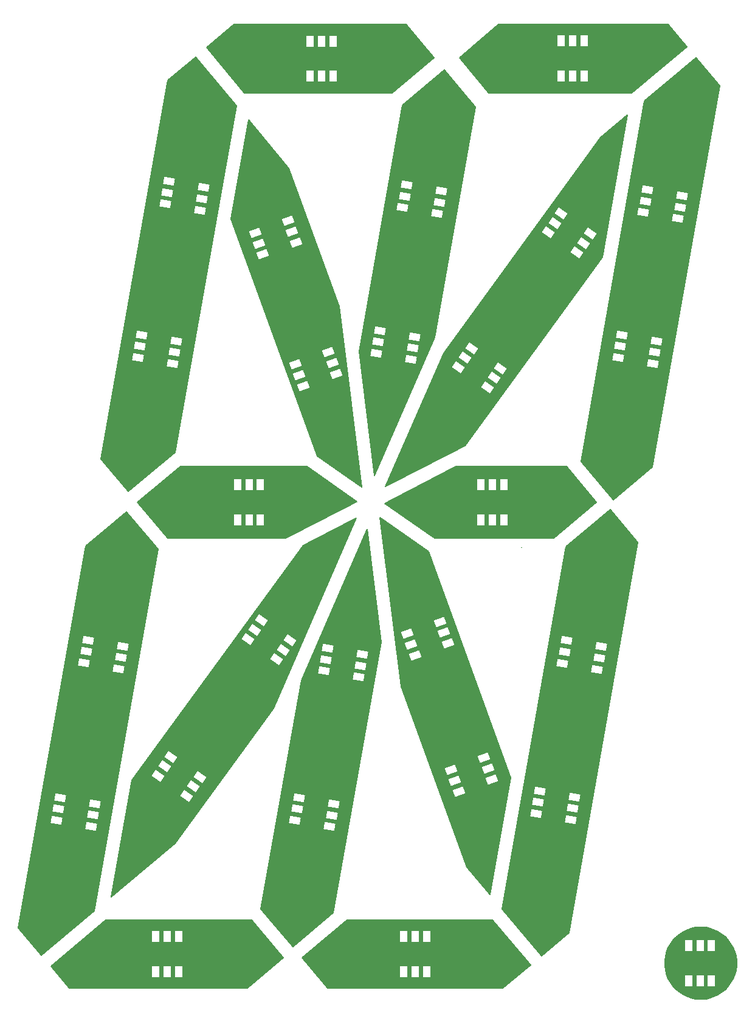
<source format=gto>
G04 #@! TF.GenerationSoftware,KiCad,Pcbnew,7.0.2*
G04 #@! TF.CreationDate,2023-12-01T11:33:06-06:00*
G04 #@! TF.ProjectId,SixteenSegClock-Main,53697874-6565-46e5-9365-67436c6f636b,rev?*
G04 #@! TF.SameCoordinates,PX1312d00PYb0866e0*
G04 #@! TF.FileFunction,Legend,Top*
G04 #@! TF.FilePolarity,Positive*
%FSLAX46Y46*%
G04 Gerber Fmt 4.6, Leading zero omitted, Abs format (unit mm)*
G04 Created by KiCad (PCBNEW 7.0.2) date 2023-12-01 11:33:06*
%MOMM*%
%LPD*%
G01*
G04 APERTURE LIST*
G04 Aperture macros list*
%AMRotRect*
0 Rectangle, with rotation*
0 The origin of the aperture is its center*
0 $1 length*
0 $2 width*
0 $3 Rotation angle, in degrees counterclockwise*
0 Add horizontal line*
21,1,$1,$2,0,0,$3*%
G04 Aperture macros list end*
%ADD10C,0.150000*%
%ADD11C,0.120000*%
%ADD12RotRect,1.500000X1.000000X350.000000*%
%ADD13RotRect,1.500000X1.000000X20.000000*%
%ADD14R,1.000000X1.500000*%
%ADD15C,7.500000*%
%ADD16RotRect,1.500000X1.000000X325.000000*%
%ADD17C,1.700000*%
%ADD18O,1.700000X1.700000*%
%ADD19R,1.700000X1.700000*%
G04 APERTURE END LIST*
D10*
X65357000Y146578000D02*
X59513000Y141675000D01*
X38945000Y141675000D01*
X33670000Y147961000D01*
X37500000Y151175000D01*
X61500000Y151175000D01*
X65357000Y146578000D01*
G36*
X65357000Y146578000D02*
G01*
X59513000Y141675000D01*
X38945000Y141675000D01*
X33670000Y147961000D01*
X37500000Y151175000D01*
X61500000Y151175000D01*
X65357000Y146578000D01*
G37*
X64562000Y77832000D02*
X76040000Y46297000D01*
X73170000Y30020000D01*
X69907000Y33908000D01*
X60767000Y59020000D01*
X57836000Y82542000D01*
X64562000Y77832000D01*
G36*
X64562000Y77832000D02*
G01*
X76040000Y46297000D01*
X73170000Y30020000D01*
X69907000Y33908000D01*
X60767000Y59020000D01*
X57836000Y82542000D01*
X64562000Y77832000D01*
G37*
X54637000Y84782000D02*
X44712000Y79652000D01*
X28261000Y79652000D01*
X24084000Y84629000D01*
X30070000Y89652000D01*
X47681000Y89652000D01*
X54637000Y84782000D01*
G36*
X54637000Y84782000D02*
G01*
X44712000Y79652000D01*
X28261000Y79652000D01*
X24084000Y84629000D01*
X30070000Y89652000D01*
X47681000Y89652000D01*
X54637000Y84782000D01*
G37*
X105121000Y142696000D02*
X95749000Y89544000D01*
X90341000Y85007000D01*
X85842000Y90369000D01*
X94694000Y140570000D01*
X101859000Y146583000D01*
X105121000Y142696000D01*
G36*
X105121000Y142696000D02*
G01*
X95749000Y89544000D01*
X90341000Y85007000D01*
X85842000Y90369000D01*
X94694000Y140570000D01*
X101859000Y146583000D01*
X105121000Y142696000D01*
G37*
X57978000Y65229000D02*
X51324000Y27495000D01*
X45688000Y22765000D01*
X41265000Y28036000D01*
X46880000Y59878000D01*
X56025000Y80902000D01*
X57978000Y65229000D01*
G36*
X57978000Y65229000D02*
G01*
X51324000Y27495000D01*
X45688000Y22765000D01*
X41265000Y28036000D01*
X46880000Y59878000D01*
X56025000Y80902000D01*
X57978000Y65229000D01*
G37*
X77517001Y78433000D02*
X77517001Y78432999D01*
X77517000Y78432999D01*
X77516999Y78432999D01*
X77516999Y78433000D01*
X77516999Y78433001D01*
X77517000Y78433001D01*
X77517001Y78433001D01*
X77517001Y78433000D01*
X100568000Y148111000D02*
X92898000Y141675000D01*
X72996000Y141675000D01*
X68881000Y146578000D01*
X74359000Y151175000D01*
X97997000Y151175000D01*
X100568000Y148111000D01*
G36*
X100568000Y148111000D02*
G01*
X92898000Y141675000D01*
X72996000Y141675000D01*
X68881000Y146578000D01*
X74359000Y151175000D01*
X97997000Y151175000D01*
X100568000Y148111000D01*
G37*
X93746000Y79046000D02*
X84163000Y24697000D01*
X80333000Y21483000D01*
X74848000Y28020000D01*
X83747000Y78488000D01*
X89890000Y83642000D01*
X93746000Y79046000D01*
G36*
X93746000Y79046000D02*
G01*
X84163000Y24697000D01*
X80333000Y21483000D01*
X74848000Y28020000D01*
X83747000Y78488000D01*
X89890000Y83642000D01*
X93746000Y79046000D01*
G37*
X26940000Y78115000D02*
X18059000Y27749000D01*
X10706000Y21580000D01*
X7492000Y25410000D01*
X16866000Y78573000D01*
X22552000Y83344000D01*
X26940000Y78115000D01*
G36*
X26940000Y78115000D02*
G01*
X18059000Y27749000D01*
X10706000Y21580000D01*
X7492000Y25410000D01*
X16866000Y78573000D01*
X22552000Y83344000D01*
X26940000Y78115000D01*
G37*
X43008000Y55991000D02*
X29271000Y37157000D01*
X20442000Y29749000D01*
X23297000Y45936000D01*
X47178000Y78675000D01*
X54527000Y82473000D01*
X43008000Y55991000D01*
G36*
X43008000Y55991000D02*
G01*
X29271000Y37157000D01*
X20442000Y29749000D01*
X23297000Y45936000D01*
X47178000Y78675000D01*
X54527000Y82473000D01*
X43008000Y55991000D01*
G37*
X37832000Y139889000D02*
X29324000Y91637000D01*
X22799000Y86162000D01*
X19002000Y90686000D01*
X28308000Y143461000D01*
X32138000Y146675000D01*
X37832000Y139889000D01*
G36*
X37832000Y139889000D02*
G01*
X29324000Y91637000D01*
X22799000Y86162000D01*
X19002000Y90686000D01*
X28308000Y143461000D01*
X32138000Y146675000D01*
X37832000Y139889000D01*
G37*
X44377000Y21216000D02*
X39332000Y16983000D01*
X14563000Y16983000D01*
X11992000Y20048000D01*
X19662000Y26483000D01*
X39957000Y26483000D01*
X44377000Y21216000D01*
G36*
X44377000Y21216000D02*
G01*
X39332000Y16983000D01*
X14563000Y16983000D01*
X11992000Y20048000D01*
X19662000Y26483000D01*
X39957000Y26483000D01*
X44377000Y21216000D01*
G37*
X71113000Y139719000D02*
X65444000Y107572000D01*
X57106000Y88402000D01*
X54954000Y105669000D01*
X61002000Y139967000D01*
X66813000Y144843000D01*
X71113000Y139719000D01*
G36*
X71113000Y139719000D02*
G01*
X65444000Y107572000D01*
X57106000Y88402000D01*
X54954000Y105669000D01*
X61002000Y139967000D01*
X66813000Y144843000D01*
X71113000Y139719000D01*
G37*
X45149000Y131170000D02*
X52162000Y111900000D01*
X55295000Y86763000D01*
X49088000Y91109000D01*
X37079000Y124102000D01*
X39510000Y137889000D01*
X45149000Y131170000D01*
G36*
X45149000Y131170000D02*
G01*
X52162000Y111900000D01*
X55295000Y86763000D01*
X49088000Y91109000D01*
X37079000Y124102000D01*
X39510000Y137889000D01*
X45149000Y131170000D01*
G37*
X88824000Y118801000D02*
X69679000Y92555000D01*
X58604000Y86831000D01*
X66693000Y105430000D01*
X88589000Y135448000D01*
X92310000Y138570000D01*
X88824000Y118801000D01*
G36*
X88824000Y118801000D02*
G01*
X69679000Y92555000D01*
X58604000Y86831000D01*
X66693000Y105430000D01*
X88589000Y135448000D01*
X92310000Y138570000D01*
X88824000Y118801000D01*
G37*
X88009000Y84675000D02*
X82023000Y79652000D01*
X65450000Y79652000D01*
X58493000Y84523000D01*
X68419000Y89652000D01*
X83832000Y89652000D01*
X88009000Y84675000D01*
G36*
X88009000Y84675000D02*
G01*
X82023000Y79652000D01*
X65450000Y79652000D01*
X58493000Y84523000D01*
X68419000Y89652000D01*
X83832000Y89652000D01*
X88009000Y84675000D01*
G37*
X103179166Y25445749D02*
X103620605Y25365640D01*
X104053085Y25246283D01*
X104473125Y25088639D01*
X104877343Y24893978D01*
X105262485Y24663866D01*
X105625449Y24400157D01*
X105963313Y24104974D01*
X106273357Y23780694D01*
X106553085Y23429926D01*
X106800244Y23055496D01*
X107012844Y22660419D01*
X107189174Y22247874D01*
X107327814Y21821184D01*
X107427648Y21383784D01*
X107487871Y20939197D01*
X107508000Y20491000D01*
X107487871Y20042803D01*
X107427648Y19598216D01*
X107327814Y19160816D01*
X107189174Y18734126D01*
X107012844Y18321581D01*
X106800244Y17926504D01*
X106553085Y17552074D01*
X106273357Y17201306D01*
X105963313Y16877026D01*
X105625449Y16581843D01*
X105262485Y16318134D01*
X104877343Y16088022D01*
X104473125Y15893361D01*
X104053085Y15735717D01*
X103620605Y15616360D01*
X103179166Y15536251D01*
X102732324Y15496035D01*
X102283676Y15496035D01*
X101836834Y15536251D01*
X101395395Y15616360D01*
X100962915Y15735717D01*
X100542875Y15893361D01*
X100138657Y16088022D01*
X99753515Y16318134D01*
X99390551Y16581843D01*
X99052687Y16877026D01*
X98742643Y17201306D01*
X98462915Y17552074D01*
X98215756Y17926504D01*
X98003156Y18321581D01*
X97826826Y18734126D01*
X97688186Y19160816D01*
X97588352Y19598216D01*
X97528129Y20042803D01*
X97508000Y20491000D01*
X97528129Y20939197D01*
X97588352Y21383784D01*
X97688186Y21821184D01*
X97826826Y22247874D01*
X98003156Y22660419D01*
X98215756Y23055496D01*
X98462915Y23429926D01*
X98742643Y23780694D01*
X99052687Y24104974D01*
X99390551Y24400157D01*
X99753515Y24663866D01*
X100138657Y24893978D01*
X100542875Y25088639D01*
X100962915Y25246283D01*
X101395395Y25365640D01*
X101836834Y25445749D01*
X102283676Y25485965D01*
X102732324Y25485965D01*
X103179166Y25445749D01*
G36*
X103179166Y25445749D02*
G01*
X103620605Y25365640D01*
X104053085Y25246283D01*
X104473125Y25088639D01*
X104877343Y24893978D01*
X105262485Y24663866D01*
X105625449Y24400157D01*
X105963313Y24104974D01*
X106273357Y23780694D01*
X106553085Y23429926D01*
X106800244Y23055496D01*
X107012844Y22660419D01*
X107189174Y22247874D01*
X107327814Y21821184D01*
X107427648Y21383784D01*
X107487871Y20939197D01*
X107508000Y20491000D01*
X107487871Y20042803D01*
X107427648Y19598216D01*
X107327814Y19160816D01*
X107189174Y18734126D01*
X107012844Y18321581D01*
X106800244Y17926504D01*
X106553085Y17552074D01*
X106273357Y17201306D01*
X105963313Y16877026D01*
X105625449Y16581843D01*
X105262485Y16318134D01*
X104877343Y16088022D01*
X104473125Y15893361D01*
X104053085Y15735717D01*
X103620605Y15616360D01*
X103179166Y15536251D01*
X102732324Y15496035D01*
X102283676Y15496035D01*
X101836834Y15536251D01*
X101395395Y15616360D01*
X100962915Y15735717D01*
X100542875Y15893361D01*
X100138657Y16088022D01*
X99753515Y16318134D01*
X99390551Y16581843D01*
X99052687Y16877026D01*
X98742643Y17201306D01*
X98462915Y17552074D01*
X98215756Y17926504D01*
X98003156Y18321581D01*
X97826826Y18734126D01*
X97688186Y19160816D01*
X97588352Y19598216D01*
X97528129Y20042803D01*
X97508000Y20491000D01*
X97528129Y20939197D01*
X97588352Y21383784D01*
X97688186Y21821184D01*
X97826826Y22247874D01*
X98003156Y22660419D01*
X98215756Y23055496D01*
X98462915Y23429926D01*
X98742643Y23780694D01*
X99052687Y24104974D01*
X99390551Y24400157D01*
X99753515Y24663866D01*
X100138657Y24893978D01*
X100542875Y25088639D01*
X100962915Y25246283D01*
X101395395Y25365640D01*
X101836834Y25445749D01*
X102283676Y25485965D01*
X102732324Y25485965D01*
X103179166Y25445749D01*
G37*
X78801000Y20197000D02*
X74971000Y16983000D01*
X50506000Y16983000D01*
X46954000Y21216000D01*
X53231000Y26483000D01*
X73526000Y26483000D01*
X78801000Y20197000D01*
G36*
X78801000Y20197000D02*
G01*
X74971000Y16983000D01*
X50506000Y16983000D01*
X46954000Y21216000D01*
X53231000Y26483000D01*
X73526000Y26483000D01*
X78801000Y20197000D01*
G37*
X29947459Y130552250D02*
X30121107Y131537058D01*
X30121107Y131537058D02*
X30355585Y131495713D01*
X30355585Y131495713D02*
X30488003Y131424011D01*
X30488003Y131424011D02*
X30565256Y131313682D01*
X30565256Y131313682D02*
X30595614Y131211621D01*
X30595614Y131211621D02*
X30609433Y131015770D01*
X30609433Y131015770D02*
X30584626Y130875083D01*
X30584626Y130875083D02*
X30504655Y130695770D01*
X30504655Y130695770D02*
X30441221Y130610247D01*
X30441221Y130610247D02*
X30330892Y130532994D01*
X30330892Y130532994D02*
X30181937Y130510905D01*
X30181937Y130510905D02*
X29947459Y130552250D01*
X31042481Y131277888D02*
X31097645Y131316514D01*
X31097645Y131316514D02*
X31199706Y131346872D01*
X31199706Y131346872D02*
X31434184Y131305527D01*
X31434184Y131305527D02*
X31519706Y131242094D01*
X31519706Y131242094D02*
X31558333Y131186929D01*
X31558333Y131186929D02*
X31588690Y131084869D01*
X31588690Y131084869D02*
X31572152Y130991078D01*
X31572152Y130991078D02*
X31500450Y130858660D01*
X31500450Y130858660D02*
X30838475Y130395140D01*
X30838475Y130395140D02*
X31448118Y130287643D01*
X32408004Y130795341D02*
X32292239Y130138802D01*
X32239678Y131211850D02*
X31881166Y130549761D01*
X31881166Y130549761D02*
X32490808Y130442265D01*
X62723571Y68275794D02*
X62381551Y69215486D01*
X62381551Y69215486D02*
X62605288Y69296920D01*
X62605288Y69296920D02*
X62755816Y69301032D01*
X62755816Y69301032D02*
X62877884Y69244111D01*
X62877884Y69244111D02*
X62955205Y69170903D01*
X62955205Y69170903D02*
X63065098Y69008201D01*
X63065098Y69008201D02*
X63113958Y68873959D01*
X63113958Y68873959D02*
X63134358Y68678683D01*
X63134358Y68678683D02*
X63122184Y68572902D01*
X63122184Y68572902D02*
X63065263Y68450834D01*
X63065263Y68450834D02*
X62947308Y68357227D01*
X62947308Y68357227D02*
X62723571Y68275794D01*
X63837976Y69390855D02*
X64065989Y68764394D01*
X63483946Y69667400D02*
X63504510Y68914758D01*
X63504510Y68914758D02*
X64086224Y69126485D01*
X53672505Y145695906D02*
X52672505Y145695906D01*
X52672505Y145695906D02*
X52672505Y145934001D01*
X52672505Y145934001D02*
X52720124Y146076858D01*
X52720124Y146076858D02*
X52815362Y146172096D01*
X52815362Y146172096D02*
X52910600Y146219715D01*
X52910600Y146219715D02*
X53101076Y146267334D01*
X53101076Y146267334D02*
X53243933Y146267334D01*
X53243933Y146267334D02*
X53434409Y146219715D01*
X53434409Y146219715D02*
X53529647Y146172096D01*
X53529647Y146172096D02*
X53624886Y146076858D01*
X53624886Y146076858D02*
X53672505Y145934001D01*
X53672505Y145934001D02*
X53672505Y145695906D01*
X53672505Y147219715D02*
X53672505Y146648287D01*
X53672505Y146934001D02*
X52672505Y146934001D01*
X52672505Y146934001D02*
X52815362Y146838763D01*
X52815362Y146838763D02*
X52910600Y146743525D01*
X52910600Y146743525D02*
X52958219Y146648287D01*
X68823571Y49346852D02*
X68481551Y50286544D01*
X68481551Y50286544D02*
X68705288Y50367978D01*
X68705288Y50367978D02*
X68855816Y50372090D01*
X68855816Y50372090D02*
X68977884Y50315169D01*
X68977884Y50315169D02*
X69055205Y50241961D01*
X69055205Y50241961D02*
X69165098Y50079259D01*
X69165098Y50079259D02*
X69213958Y49945017D01*
X69213958Y49945017D02*
X69234358Y49749741D01*
X69234358Y49749741D02*
X69222184Y49643960D01*
X69222184Y49643960D02*
X69165263Y49521892D01*
X69165263Y49521892D02*
X69047308Y49428285D01*
X69047308Y49428285D02*
X68823571Y49346852D01*
X69868716Y50791431D02*
X69421244Y50628564D01*
X69421244Y50628564D02*
X69539363Y50164805D01*
X69539363Y50164805D02*
X69567824Y50225839D01*
X69567824Y50225839D02*
X69641032Y50303159D01*
X69641032Y50303159D02*
X69864768Y50384593D01*
X69864768Y50384593D02*
X69970549Y50372419D01*
X69970549Y50372419D02*
X70031583Y50343958D01*
X70031583Y50343958D02*
X70108904Y50270750D01*
X70108904Y50270750D02*
X70190337Y50047014D01*
X70190337Y50047014D02*
X70178163Y49941233D01*
X70178163Y49941233D02*
X70149703Y49880199D01*
X70149703Y49880199D02*
X70076495Y49802878D01*
X70076495Y49802878D02*
X69852758Y49721445D01*
X69852758Y49721445D02*
X69746977Y49733619D01*
X69746977Y49733619D02*
X69685943Y49762080D01*
X72453485Y106580405D02*
X73027062Y107399557D01*
X73027062Y107399557D02*
X73222098Y107262991D01*
X73222098Y107262991D02*
X73311807Y107142044D01*
X73311807Y107142044D02*
X73335195Y107009404D01*
X73335195Y107009404D02*
X73319576Y106904076D01*
X73319576Y106904076D02*
X73249330Y106720734D01*
X73249330Y106720734D02*
X73167391Y106603712D01*
X73167391Y106603712D02*
X73019131Y106474996D01*
X73019131Y106474996D02*
X72925497Y106424295D01*
X72925497Y106424295D02*
X72792857Y106400907D01*
X72792857Y106400907D02*
X72648522Y106443839D01*
X72648522Y106443839D02*
X72453485Y106580405D01*
X73701717Y105706384D02*
X73233630Y106034142D01*
X73467674Y105870263D02*
X74041250Y106689415D01*
X74041250Y106689415D02*
X73881296Y106627019D01*
X73881296Y106627019D02*
X73748655Y106603631D01*
X73748655Y106603631D02*
X73643328Y106619250D01*
X74977424Y106033899D02*
X74821395Y106143151D01*
X74821395Y106143151D02*
X74716067Y106158770D01*
X74716067Y106158770D02*
X74649747Y106147076D01*
X74649747Y106147076D02*
X74489793Y106084681D01*
X74489793Y106084681D02*
X74341533Y105955965D01*
X74341533Y105955965D02*
X74123028Y105643907D01*
X74123028Y105643907D02*
X74107409Y105538580D01*
X74107409Y105538580D02*
X74119103Y105472259D01*
X74119103Y105472259D02*
X74169804Y105378626D01*
X74169804Y105378626D02*
X74325833Y105269373D01*
X74325833Y105269373D02*
X74431161Y105253754D01*
X74431161Y105253754D02*
X74497481Y105265448D01*
X74497481Y105265448D02*
X74591115Y105316149D01*
X74591115Y105316149D02*
X74727680Y105511185D01*
X74727680Y105511185D02*
X74743300Y105616513D01*
X74743300Y105616513D02*
X74731605Y105682834D01*
X74731605Y105682834D02*
X74680904Y105776467D01*
X74680904Y105776467D02*
X74524875Y105885720D01*
X74524875Y105885720D02*
X74419548Y105901339D01*
X74419548Y105901339D02*
X74353227Y105889645D01*
X74353227Y105889645D02*
X74259594Y105838943D01*
X41105070Y123964615D02*
X40763050Y124904307D01*
X40763050Y124904307D02*
X40986786Y124985741D01*
X40986786Y124985741D02*
X41137315Y124989853D01*
X41137315Y124989853D02*
X41259383Y124932932D01*
X41259383Y124932932D02*
X41336703Y124859724D01*
X41336703Y124859724D02*
X41446597Y124697022D01*
X41446597Y124697022D02*
X41495457Y124562780D01*
X41495457Y124562780D02*
X41515857Y124367504D01*
X41515857Y124367504D02*
X41503683Y124261723D01*
X41503683Y124261723D02*
X41446762Y124139655D01*
X41446762Y124139655D02*
X41328807Y124046048D01*
X41328807Y124046048D02*
X41105070Y123964615D01*
X41690569Y125140546D02*
X41719029Y125201580D01*
X41719029Y125201580D02*
X41792237Y125278901D01*
X41792237Y125278901D02*
X42015974Y125360334D01*
X42015974Y125360334D02*
X42121755Y125348160D01*
X42121755Y125348160D02*
X42182789Y125319700D01*
X42182789Y125319700D02*
X42260109Y125246492D01*
X42260109Y125246492D02*
X42292683Y125156997D01*
X42292683Y125156997D02*
X42296795Y125006469D01*
X42296795Y125006469D02*
X41955268Y124274061D01*
X41955268Y124274061D02*
X42536983Y124485788D01*
X42585514Y125466280D02*
X42613975Y125527314D01*
X42613975Y125527314D02*
X42687183Y125604634D01*
X42687183Y125604634D02*
X42910919Y125686068D01*
X42910919Y125686068D02*
X43016700Y125673894D01*
X43016700Y125673894D02*
X43077734Y125645433D01*
X43077734Y125645433D02*
X43155055Y125572225D01*
X43155055Y125572225D02*
X43187628Y125482731D01*
X43187628Y125482731D02*
X43191741Y125332202D01*
X43191741Y125332202D02*
X42850214Y124599795D01*
X42850214Y124599795D02*
X43431928Y124811522D01*
X43128485Y68696298D02*
X43702062Y69515450D01*
X43702062Y69515450D02*
X43897098Y69378884D01*
X43897098Y69378884D02*
X43986807Y69257937D01*
X43986807Y69257937D02*
X44010195Y69125297D01*
X44010195Y69125297D02*
X43994576Y69019969D01*
X43994576Y69019969D02*
X43924330Y68836627D01*
X43924330Y68836627D02*
X43842391Y68719605D01*
X43842391Y68719605D02*
X43694131Y68590889D01*
X43694131Y68590889D02*
X43600497Y68540188D01*
X43600497Y68540188D02*
X43467857Y68516800D01*
X43467857Y68516800D02*
X43323522Y68559732D01*
X43323522Y68559732D02*
X43128485Y68696298D01*
X44376717Y67822277D02*
X43908630Y68150035D01*
X44142674Y67986156D02*
X44716250Y68805308D01*
X44716250Y68805308D02*
X44556296Y68742912D01*
X44556296Y68742912D02*
X44423655Y68719524D01*
X44423655Y68719524D02*
X44318328Y68735143D01*
X45207725Y68344909D02*
X45274046Y68356603D01*
X45274046Y68356603D02*
X45379373Y68340984D01*
X45379373Y68340984D02*
X45574409Y68204418D01*
X45574409Y68204418D02*
X45625111Y68110784D01*
X45625111Y68110784D02*
X45636805Y68044464D01*
X45636805Y68044464D02*
X45621186Y67939136D01*
X45621186Y67939136D02*
X45566559Y67861122D01*
X45566559Y67861122D02*
X45445613Y67771413D01*
X45445613Y67771413D02*
X44649768Y67631084D01*
X44649768Y67631084D02*
X45156862Y67276013D01*
X97021110Y129287144D02*
X97194758Y130271952D01*
X97194758Y130271952D02*
X97429236Y130230607D01*
X97429236Y130230607D02*
X97561654Y130158905D01*
X97561654Y130158905D02*
X97638907Y130048576D01*
X97638907Y130048576D02*
X97669265Y129946516D01*
X97669265Y129946516D02*
X97683085Y129750664D01*
X97683085Y129750664D02*
X97658278Y129609977D01*
X97658278Y129609977D02*
X97578307Y129430664D01*
X97578307Y129430664D02*
X97514873Y129345142D01*
X97514873Y129345142D02*
X97404544Y129267888D01*
X97404544Y129267888D02*
X97255588Y129245800D01*
X97255588Y129245800D02*
X97021110Y129287144D01*
X98601626Y130023883D02*
X98414044Y130056959D01*
X98414044Y130056959D02*
X98311984Y130026602D01*
X98311984Y130026602D02*
X98256819Y129987975D01*
X98256819Y129987975D02*
X98138221Y129863826D01*
X98138221Y129863826D02*
X98058250Y129684513D01*
X98058250Y129684513D02*
X97992098Y129309348D01*
X97992098Y129309348D02*
X98022456Y129207288D01*
X98022456Y129207288D02*
X98061082Y129152123D01*
X98061082Y129152123D02*
X98146605Y129088689D01*
X98146605Y129088689D02*
X98334187Y129055614D01*
X98334187Y129055614D02*
X98436247Y129085971D01*
X98436247Y129085971D02*
X98491412Y129124598D01*
X98491412Y129124598D02*
X98554845Y129210120D01*
X98554845Y129210120D02*
X98596190Y129444598D01*
X98596190Y129444598D02*
X98565832Y129546658D01*
X98565832Y129546658D02*
X98527206Y129601823D01*
X98527206Y129601823D02*
X98441684Y129665256D01*
X98441684Y129665256D02*
X98254101Y129698332D01*
X98254101Y129698332D02*
X98152041Y129667975D01*
X98152041Y129667975D02*
X98096876Y129629348D01*
X98096876Y129629348D02*
X98033443Y129543826D01*
X59731554Y20527715D02*
X58731554Y20527715D01*
X58731554Y20527715D02*
X58731554Y20765810D01*
X58731554Y20765810D02*
X58779173Y20908667D01*
X58779173Y20908667D02*
X58874411Y21003905D01*
X58874411Y21003905D02*
X58969649Y21051524D01*
X58969649Y21051524D02*
X59160125Y21099143D01*
X59160125Y21099143D02*
X59302982Y21099143D01*
X59302982Y21099143D02*
X59493458Y21051524D01*
X59493458Y21051524D02*
X59588696Y21003905D01*
X59588696Y21003905D02*
X59683935Y20908667D01*
X59683935Y20908667D02*
X59731554Y20765810D01*
X59731554Y20765810D02*
X59731554Y20527715D01*
X59731554Y22051524D02*
X59731554Y21480096D01*
X59731554Y21765810D02*
X58731554Y21765810D01*
X58731554Y21765810D02*
X58874411Y21670572D01*
X58874411Y21670572D02*
X58969649Y21575334D01*
X58969649Y21575334D02*
X59017268Y21480096D01*
X59064887Y22908667D02*
X59731554Y22908667D01*
X58683935Y22670572D02*
X59398220Y22432477D01*
X59398220Y22432477D02*
X59398220Y23051524D01*
X85285821Y66612470D02*
X85459469Y67597278D01*
X85459469Y67597278D02*
X85693947Y67555933D01*
X85693947Y67555933D02*
X85826365Y67484231D01*
X85826365Y67484231D02*
X85903618Y67373902D01*
X85903618Y67373902D02*
X85933976Y67271841D01*
X85933976Y67271841D02*
X85947795Y67075990D01*
X85947795Y67075990D02*
X85922988Y66935303D01*
X85922988Y66935303D02*
X85843017Y66755990D01*
X85843017Y66755990D02*
X85779583Y66670467D01*
X85779583Y66670467D02*
X85669254Y66593214D01*
X85669254Y66593214D02*
X85520299Y66571125D01*
X85520299Y66571125D02*
X85285821Y66612470D01*
X86786480Y66347863D02*
X86223733Y66447091D01*
X86505106Y66397477D02*
X86678754Y67382285D01*
X86678754Y67382285D02*
X86560156Y67258136D01*
X86560156Y67258136D02*
X86449827Y67180883D01*
X86449827Y67180883D02*
X86347767Y67150525D01*
X87569771Y67225175D02*
X87663562Y67208637D01*
X87663562Y67208637D02*
X87749085Y67145203D01*
X87749085Y67145203D02*
X87787711Y67090039D01*
X87787711Y67090039D02*
X87818069Y66987978D01*
X87818069Y66987978D02*
X87831889Y66792127D01*
X87831889Y66792127D02*
X87790544Y66557649D01*
X87790544Y66557649D02*
X87710572Y66378336D01*
X87710572Y66378336D02*
X87647139Y66292813D01*
X87647139Y66292813D02*
X87591974Y66254187D01*
X87591974Y66254187D02*
X87489914Y66223829D01*
X87489914Y66223829D02*
X87396123Y66240367D01*
X87396123Y66240367D02*
X87310601Y66303800D01*
X87310601Y66303800D02*
X87271974Y66358965D01*
X87271974Y66358965D02*
X87241616Y66461025D01*
X87241616Y66461025D02*
X87227797Y66656877D01*
X87227797Y66656877D02*
X87269141Y66891355D01*
X87269141Y66891355D02*
X87349113Y67070668D01*
X87349113Y67070668D02*
X87412546Y67156190D01*
X87412546Y67156190D02*
X87467711Y67194817D01*
X87467711Y67194817D02*
X87569771Y67225175D01*
X26147459Y109171185D02*
X26321107Y110155993D01*
X26321107Y110155993D02*
X26555585Y110114648D01*
X26555585Y110114648D02*
X26688003Y110042946D01*
X26688003Y110042946D02*
X26765256Y109932617D01*
X26765256Y109932617D02*
X26795614Y109830556D01*
X26795614Y109830556D02*
X26809433Y109634705D01*
X26809433Y109634705D02*
X26784626Y109494018D01*
X26784626Y109494018D02*
X26704655Y109314705D01*
X26704655Y109314705D02*
X26641221Y109229182D01*
X26641221Y109229182D02*
X26530892Y109151929D01*
X26530892Y109151929D02*
X26381937Y109129840D01*
X26381937Y109129840D02*
X26147459Y109171185D01*
X27242481Y109896823D02*
X27297645Y109935449D01*
X27297645Y109935449D02*
X27399706Y109965807D01*
X27399706Y109965807D02*
X27634184Y109924462D01*
X27634184Y109924462D02*
X27719706Y109861029D01*
X27719706Y109861029D02*
X27758333Y109805864D01*
X27758333Y109805864D02*
X27788690Y109703804D01*
X27788690Y109703804D02*
X27772152Y109610013D01*
X27772152Y109610013D02*
X27700450Y109477595D01*
X27700450Y109477595D02*
X27038475Y109014075D01*
X27038475Y109014075D02*
X27648118Y108906578D01*
X28712783Y109734276D02*
X28243827Y109816966D01*
X28243827Y109816966D02*
X28114241Y109356278D01*
X28114241Y109356278D02*
X28169406Y109394905D01*
X28169406Y109394905D02*
X28271466Y109425263D01*
X28271466Y109425263D02*
X28505944Y109383918D01*
X28505944Y109383918D02*
X28591466Y109320484D01*
X28591466Y109320484D02*
X28630093Y109265320D01*
X28630093Y109265320D02*
X28660451Y109163260D01*
X28660451Y109163260D02*
X28619106Y108928782D01*
X28619106Y108928782D02*
X28555672Y108843259D01*
X28555672Y108843259D02*
X28500508Y108804633D01*
X28500508Y108804633D02*
X28398448Y108774275D01*
X28398448Y108774275D02*
X28163970Y108815620D01*
X28163970Y108815620D02*
X28078447Y108879053D01*
X28078447Y108879053D02*
X28039821Y108934218D01*
X48506554Y44648619D02*
X48680202Y45633427D01*
X48680202Y45633427D02*
X48914680Y45592082D01*
X48914680Y45592082D02*
X49047098Y45520380D01*
X49047098Y45520380D02*
X49124351Y45410051D01*
X49124351Y45410051D02*
X49154709Y45307991D01*
X49154709Y45307991D02*
X49168529Y45112139D01*
X49168529Y45112139D02*
X49143722Y44971452D01*
X49143722Y44971452D02*
X49063751Y44792139D01*
X49063751Y44792139D02*
X49000317Y44706617D01*
X49000317Y44706617D02*
X48889988Y44629363D01*
X48889988Y44629363D02*
X48741032Y44607275D01*
X48741032Y44607275D02*
X48506554Y44648619D01*
X49538257Y44466702D02*
X49725840Y44433627D01*
X49725840Y44433627D02*
X49827900Y44463984D01*
X49827900Y44463984D02*
X49883065Y44502611D01*
X49883065Y44502611D02*
X50001663Y44626760D01*
X50001663Y44626760D02*
X50081634Y44806073D01*
X50081634Y44806073D02*
X50147786Y45181238D01*
X50147786Y45181238D02*
X50117428Y45283298D01*
X50117428Y45283298D02*
X50078802Y45338463D01*
X50078802Y45338463D02*
X49993279Y45401896D01*
X49993279Y45401896D02*
X49805697Y45434972D01*
X49805697Y45434972D02*
X49703637Y45404614D01*
X49703637Y45404614D02*
X49648472Y45365988D01*
X49648472Y45365988D02*
X49585039Y45280466D01*
X49585039Y45280466D02*
X49543694Y45045988D01*
X49543694Y45045988D02*
X49574051Y44943927D01*
X49574051Y44943927D02*
X49612678Y44888763D01*
X49612678Y44888763D02*
X49698200Y44825329D01*
X49698200Y44825329D02*
X49885783Y44792253D01*
X49885783Y44792253D02*
X49987843Y44822611D01*
X49987843Y44822611D02*
X50043008Y44861238D01*
X50043008Y44861238D02*
X50106441Y44946760D01*
X30578485Y49689563D02*
X31152062Y50508715D01*
X31152062Y50508715D02*
X31347098Y50372149D01*
X31347098Y50372149D02*
X31436807Y50251202D01*
X31436807Y50251202D02*
X31460195Y50118562D01*
X31460195Y50118562D02*
X31444576Y50013234D01*
X31444576Y50013234D02*
X31374330Y49829892D01*
X31374330Y49829892D02*
X31292391Y49712870D01*
X31292391Y49712870D02*
X31144131Y49584154D01*
X31144131Y49584154D02*
X31050497Y49533453D01*
X31050497Y49533453D02*
X30917857Y49510065D01*
X30917857Y49510065D02*
X30773522Y49552997D01*
X30773522Y49552997D02*
X30578485Y49689563D01*
X31826717Y48815542D02*
X31358630Y49143300D01*
X31592674Y48979421D02*
X32166250Y49798573D01*
X32166250Y49798573D02*
X32006296Y49736177D01*
X32006296Y49736177D02*
X31873655Y49712789D01*
X31873655Y49712789D02*
X31768328Y49728408D01*
X32673344Y49443501D02*
X33180438Y49088430D01*
X33180438Y49088430D02*
X32688882Y48967565D01*
X32688882Y48967565D02*
X32805904Y48885625D01*
X32805904Y48885625D02*
X32856605Y48791992D01*
X32856605Y48791992D02*
X32868300Y48725671D01*
X32868300Y48725671D02*
X32852680Y48620343D01*
X32852680Y48620343D02*
X32716115Y48425307D01*
X32716115Y48425307D02*
X32622481Y48374606D01*
X32622481Y48374606D02*
X32556161Y48362912D01*
X32556161Y48362912D02*
X32450833Y48378531D01*
X32450833Y48378531D02*
X32216790Y48542410D01*
X32216790Y48542410D02*
X32166088Y48636044D01*
X32166088Y48636044D02*
X32154394Y48702364D01*
X59304027Y109773109D02*
X59477675Y110757917D01*
X59477675Y110757917D02*
X59712153Y110716572D01*
X59712153Y110716572D02*
X59844571Y110644870D01*
X59844571Y110644870D02*
X59921824Y110534541D01*
X59921824Y110534541D02*
X59952182Y110432480D01*
X59952182Y110432480D02*
X59966001Y110236629D01*
X59966001Y110236629D02*
X59941194Y110095942D01*
X59941194Y110095942D02*
X59861223Y109916629D01*
X59861223Y109916629D02*
X59797789Y109831106D01*
X59797789Y109831106D02*
X59687460Y109753853D01*
X59687460Y109753853D02*
X59538505Y109731764D01*
X59538505Y109731764D02*
X59304027Y109773109D01*
X60804686Y109508502D02*
X60241939Y109607730D01*
X60523312Y109558116D02*
X60696960Y110542924D01*
X60696960Y110542924D02*
X60578362Y110418775D01*
X60578362Y110418775D02*
X60468033Y110341522D01*
X60468033Y110341522D02*
X60365973Y110311164D01*
X61273642Y109425813D02*
X61461224Y109392737D01*
X61461224Y109392737D02*
X61563285Y109423095D01*
X61563285Y109423095D02*
X61618449Y109461721D01*
X61618449Y109461721D02*
X61737047Y109585870D01*
X61737047Y109585870D02*
X61817019Y109765184D01*
X61817019Y109765184D02*
X61883170Y110140349D01*
X61883170Y110140349D02*
X61852813Y110242409D01*
X61852813Y110242409D02*
X61814186Y110297573D01*
X61814186Y110297573D02*
X61728664Y110361007D01*
X61728664Y110361007D02*
X61541081Y110394083D01*
X61541081Y110394083D02*
X61439021Y110363725D01*
X61439021Y110363725D02*
X61383857Y110325098D01*
X61383857Y110325098D02*
X61320423Y110239576D01*
X61320423Y110239576D02*
X61279078Y110005098D01*
X61279078Y110005098D02*
X61309436Y109903038D01*
X61309436Y109903038D02*
X61348063Y109847873D01*
X61348063Y109847873D02*
X61433585Y109784440D01*
X61433585Y109784440D02*
X61621167Y109751364D01*
X61621167Y109751364D02*
X61723228Y109781722D01*
X61723228Y109781722D02*
X61778392Y109820348D01*
X61778392Y109820348D02*
X61841826Y109905871D01*
X14797459Y44762433D02*
X14971107Y45747241D01*
X14971107Y45747241D02*
X15205585Y45705896D01*
X15205585Y45705896D02*
X15338003Y45634194D01*
X15338003Y45634194D02*
X15415256Y45523865D01*
X15415256Y45523865D02*
X15445614Y45421804D01*
X15445614Y45421804D02*
X15459433Y45225953D01*
X15459433Y45225953D02*
X15434626Y45085266D01*
X15434626Y45085266D02*
X15354655Y44905953D01*
X15354655Y44905953D02*
X15291221Y44820430D01*
X15291221Y44820430D02*
X15180892Y44743177D01*
X15180892Y44743177D02*
X15031937Y44721088D01*
X15031937Y44721088D02*
X14797459Y44762433D01*
X15892481Y45488071D02*
X15947645Y45526697D01*
X15947645Y45526697D02*
X16049706Y45557055D01*
X16049706Y45557055D02*
X16284184Y45515710D01*
X16284184Y45515710D02*
X16369706Y45452277D01*
X16369706Y45452277D02*
X16408333Y45397112D01*
X16408333Y45397112D02*
X16438690Y45295052D01*
X16438690Y45295052D02*
X16422152Y45201261D01*
X16422152Y45201261D02*
X16350450Y45068843D01*
X16350450Y45068843D02*
X15688475Y44605323D01*
X15688475Y44605323D02*
X16298118Y44497826D01*
X17236030Y44332447D02*
X16673283Y44431675D01*
X16954656Y44382061D02*
X17128305Y45366869D01*
X17128305Y45366869D02*
X17009707Y45242720D01*
X17009707Y45242720D02*
X16899377Y45165467D01*
X16899377Y45165467D02*
X16797317Y45135109D01*
X93471110Y109108549D02*
X93644758Y110093357D01*
X93644758Y110093357D02*
X93879236Y110052012D01*
X93879236Y110052012D02*
X94011654Y109980310D01*
X94011654Y109980310D02*
X94088907Y109869981D01*
X94088907Y109869981D02*
X94119265Y109767921D01*
X94119265Y109767921D02*
X94133085Y109572069D01*
X94133085Y109572069D02*
X94108278Y109431382D01*
X94108278Y109431382D02*
X94028307Y109252069D01*
X94028307Y109252069D02*
X93964873Y109166547D01*
X93964873Y109166547D02*
X93854544Y109089293D01*
X93854544Y109089293D02*
X93705588Y109067205D01*
X93705588Y109067205D02*
X93471110Y109108549D01*
X94535775Y109936247D02*
X95192313Y109820482D01*
X95192313Y109820482D02*
X94596605Y108910094D01*
X77437740Y83446715D02*
X76437740Y83446715D01*
X76437740Y83446715D02*
X76437740Y83684810D01*
X76437740Y83684810D02*
X76485359Y83827667D01*
X76485359Y83827667D02*
X76580597Y83922905D01*
X76580597Y83922905D02*
X76675835Y83970524D01*
X76675835Y83970524D02*
X76866311Y84018143D01*
X76866311Y84018143D02*
X77009168Y84018143D01*
X77009168Y84018143D02*
X77199644Y83970524D01*
X77199644Y83970524D02*
X77294882Y83922905D01*
X77294882Y83922905D02*
X77390121Y83827667D01*
X77390121Y83827667D02*
X77437740Y83684810D01*
X77437740Y83684810D02*
X77437740Y83446715D01*
X76532978Y84399096D02*
X76485359Y84446715D01*
X76485359Y84446715D02*
X76437740Y84541953D01*
X76437740Y84541953D02*
X76437740Y84780048D01*
X76437740Y84780048D02*
X76485359Y84875286D01*
X76485359Y84875286D02*
X76532978Y84922905D01*
X76532978Y84922905D02*
X76628216Y84970524D01*
X76628216Y84970524D02*
X76723454Y84970524D01*
X76723454Y84970524D02*
X76866311Y84922905D01*
X76866311Y84922905D02*
X77437740Y84351477D01*
X77437740Y84351477D02*
X77437740Y84970524D01*
X76437740Y85303858D02*
X76437740Y85970524D01*
X76437740Y85970524D02*
X77437740Y85541953D01*
X81641809Y145716906D02*
X80641809Y145716906D01*
X80641809Y145716906D02*
X80641809Y145955001D01*
X80641809Y145955001D02*
X80689428Y146097858D01*
X80689428Y146097858D02*
X80784666Y146193096D01*
X80784666Y146193096D02*
X80879904Y146240715D01*
X80879904Y146240715D02*
X81070380Y146288334D01*
X81070380Y146288334D02*
X81213237Y146288334D01*
X81213237Y146288334D02*
X81403713Y146240715D01*
X81403713Y146240715D02*
X81498951Y146193096D01*
X81498951Y146193096D02*
X81594190Y146097858D01*
X81594190Y146097858D02*
X81641809Y145955001D01*
X81641809Y145955001D02*
X81641809Y145716906D01*
X80641809Y146621668D02*
X80641809Y147240715D01*
X80641809Y147240715D02*
X81022761Y146907382D01*
X81022761Y146907382D02*
X81022761Y147050239D01*
X81022761Y147050239D02*
X81070380Y147145477D01*
X81070380Y147145477D02*
X81117999Y147193096D01*
X81117999Y147193096D02*
X81213237Y147240715D01*
X81213237Y147240715D02*
X81451332Y147240715D01*
X81451332Y147240715D02*
X81546570Y147193096D01*
X81546570Y147193096D02*
X81594190Y147145477D01*
X81594190Y147145477D02*
X81641809Y147050239D01*
X81641809Y147050239D02*
X81641809Y146764525D01*
X81641809Y146764525D02*
X81594190Y146669287D01*
X81594190Y146669287D02*
X81546570Y146621668D01*
X36547240Y83446715D02*
X35547240Y83446715D01*
X35547240Y83446715D02*
X35547240Y83684810D01*
X35547240Y83684810D02*
X35594859Y83827667D01*
X35594859Y83827667D02*
X35690097Y83922905D01*
X35690097Y83922905D02*
X35785335Y83970524D01*
X35785335Y83970524D02*
X35975811Y84018143D01*
X35975811Y84018143D02*
X36118668Y84018143D01*
X36118668Y84018143D02*
X36309144Y83970524D01*
X36309144Y83970524D02*
X36404382Y83922905D01*
X36404382Y83922905D02*
X36499621Y83827667D01*
X36499621Y83827667D02*
X36547240Y83684810D01*
X36547240Y83684810D02*
X36547240Y83446715D01*
X35642478Y84399096D02*
X35594859Y84446715D01*
X35594859Y84446715D02*
X35547240Y84541953D01*
X35547240Y84541953D02*
X35547240Y84780048D01*
X35547240Y84780048D02*
X35594859Y84875286D01*
X35594859Y84875286D02*
X35642478Y84922905D01*
X35642478Y84922905D02*
X35737716Y84970524D01*
X35737716Y84970524D02*
X35832954Y84970524D01*
X35832954Y84970524D02*
X35975811Y84922905D01*
X35975811Y84922905D02*
X36547240Y84351477D01*
X36547240Y84351477D02*
X36547240Y84970524D01*
X35547240Y85827667D02*
X35547240Y85637191D01*
X35547240Y85637191D02*
X35594859Y85541953D01*
X35594859Y85541953D02*
X35642478Y85494334D01*
X35642478Y85494334D02*
X35785335Y85399096D01*
X35785335Y85399096D02*
X35975811Y85351477D01*
X35975811Y85351477D02*
X36356763Y85351477D01*
X36356763Y85351477D02*
X36452001Y85399096D01*
X36452001Y85399096D02*
X36499621Y85446715D01*
X36499621Y85446715D02*
X36547240Y85541953D01*
X36547240Y85541953D02*
X36547240Y85732429D01*
X36547240Y85732429D02*
X36499621Y85827667D01*
X36499621Y85827667D02*
X36452001Y85875286D01*
X36452001Y85875286D02*
X36356763Y85922905D01*
X36356763Y85922905D02*
X36118668Y85922905D01*
X36118668Y85922905D02*
X36023430Y85875286D01*
X36023430Y85875286D02*
X35975811Y85827667D01*
X35975811Y85827667D02*
X35928192Y85732429D01*
X35928192Y85732429D02*
X35928192Y85541953D01*
X35928192Y85541953D02*
X35975811Y85446715D01*
X35975811Y85446715D02*
X36023430Y85399096D01*
X36023430Y85399096D02*
X36118668Y85351477D01*
X81585821Y45680057D02*
X81759469Y46664865D01*
X81759469Y46664865D02*
X81993947Y46623520D01*
X81993947Y46623520D02*
X82126365Y46551818D01*
X82126365Y46551818D02*
X82203618Y46441489D01*
X82203618Y46441489D02*
X82233976Y46339428D01*
X82233976Y46339428D02*
X82247795Y46143577D01*
X82247795Y46143577D02*
X82222988Y46002890D01*
X82222988Y46002890D02*
X82143017Y45823577D01*
X82143017Y45823577D02*
X82079583Y45738054D01*
X82079583Y45738054D02*
X81969254Y45660801D01*
X81969254Y45660801D02*
X81820299Y45638712D01*
X81820299Y45638712D02*
X81585821Y45680057D01*
X83086480Y45415450D02*
X82523733Y45514678D01*
X82805106Y45465064D02*
X82978754Y46449872D01*
X82978754Y46449872D02*
X82860156Y46325723D01*
X82860156Y46325723D02*
X82749827Y46248470D01*
X82749827Y46248470D02*
X82647767Y46218112D01*
X84024392Y45250071D02*
X83461645Y45349299D01*
X83743018Y45299685D02*
X83916667Y46284493D01*
X83916667Y46284493D02*
X83798069Y46160344D01*
X83798069Y46160344D02*
X83687739Y46083091D01*
X83687739Y46083091D02*
X83585679Y46052733D01*
X46721820Y105648749D02*
X46379800Y106588441D01*
X46379800Y106588441D02*
X46603536Y106669875D01*
X46603536Y106669875D02*
X46754065Y106673987D01*
X46754065Y106673987D02*
X46876133Y106617066D01*
X46876133Y106617066D02*
X46953453Y106543858D01*
X46953453Y106543858D02*
X47063347Y106381156D01*
X47063347Y106381156D02*
X47112207Y106246914D01*
X47112207Y106246914D02*
X47132607Y106051638D01*
X47132607Y106051638D02*
X47120433Y105945857D01*
X47120433Y105945857D02*
X47063512Y105823789D01*
X47063512Y105823789D02*
X46945557Y105730182D01*
X46945557Y105730182D02*
X46721820Y105648749D01*
X47307319Y106824680D02*
X47335779Y106885714D01*
X47335779Y106885714D02*
X47408987Y106963035D01*
X47408987Y106963035D02*
X47632724Y107044468D01*
X47632724Y107044468D02*
X47738505Y107032294D01*
X47738505Y107032294D02*
X47799539Y107003834D01*
X47799539Y107003834D02*
X47876859Y106930626D01*
X47876859Y106930626D02*
X47909433Y106841131D01*
X47909433Y106841131D02*
X47913545Y106690603D01*
X47913545Y106690603D02*
X47572018Y105958195D01*
X47572018Y105958195D02*
X48153733Y106169922D01*
X48124944Y107223622D02*
X48706658Y107435348D01*
X48706658Y107435348D02*
X48523720Y106963363D01*
X48523720Y106963363D02*
X48657962Y107012223D01*
X48657962Y107012223D02*
X48763744Y107000050D01*
X48763744Y107000050D02*
X48824777Y106971589D01*
X48824777Y106971589D02*
X48902098Y106898381D01*
X48902098Y106898381D02*
X48983531Y106674645D01*
X48983531Y106674645D02*
X48971358Y106568864D01*
X48971358Y106568864D02*
X48942897Y106507830D01*
X48942897Y106507830D02*
X48869689Y106430509D01*
X48869689Y106430509D02*
X48601205Y106332789D01*
X48601205Y106332789D02*
X48495424Y106344963D01*
X48495424Y106344963D02*
X48434390Y106373423D01*
X106373616Y19777906D02*
X105373616Y19777906D01*
X105373616Y19777906D02*
X105373616Y20016001D01*
X105373616Y20016001D02*
X105421235Y20158858D01*
X105421235Y20158858D02*
X105516473Y20254096D01*
X105516473Y20254096D02*
X105611711Y20301715D01*
X105611711Y20301715D02*
X105802187Y20349334D01*
X105802187Y20349334D02*
X105945044Y20349334D01*
X105945044Y20349334D02*
X106135520Y20301715D01*
X106135520Y20301715D02*
X106230758Y20254096D01*
X106230758Y20254096D02*
X106325997Y20158858D01*
X106325997Y20158858D02*
X106373616Y20016001D01*
X106373616Y20016001D02*
X106373616Y19777906D01*
X105468854Y20730287D02*
X105421235Y20777906D01*
X105421235Y20777906D02*
X105373616Y20873144D01*
X105373616Y20873144D02*
X105373616Y21111239D01*
X105373616Y21111239D02*
X105421235Y21206477D01*
X105421235Y21206477D02*
X105468854Y21254096D01*
X105468854Y21254096D02*
X105564092Y21301715D01*
X105564092Y21301715D02*
X105659330Y21301715D01*
X105659330Y21301715D02*
X105802187Y21254096D01*
X105802187Y21254096D02*
X106373616Y20682668D01*
X106373616Y20682668D02*
X106373616Y21301715D01*
X32166784Y20527715D02*
X31166784Y20527715D01*
X31166784Y20527715D02*
X31166784Y20765810D01*
X31166784Y20765810D02*
X31214403Y20908667D01*
X31214403Y20908667D02*
X31309641Y21003905D01*
X31309641Y21003905D02*
X31404879Y21051524D01*
X31404879Y21051524D02*
X31595355Y21099143D01*
X31595355Y21099143D02*
X31738212Y21099143D01*
X31738212Y21099143D02*
X31928688Y21051524D01*
X31928688Y21051524D02*
X32023926Y21003905D01*
X32023926Y21003905D02*
X32119165Y20908667D01*
X32119165Y20908667D02*
X32166784Y20765810D01*
X32166784Y20765810D02*
X32166784Y20527715D01*
X32166784Y22051524D02*
X32166784Y21480096D01*
X32166784Y21765810D02*
X31166784Y21765810D01*
X31166784Y21765810D02*
X31309641Y21670572D01*
X31309641Y21670572D02*
X31404879Y21575334D01*
X31404879Y21575334D02*
X31452498Y21480096D01*
X31166784Y22384858D02*
X31166784Y23051524D01*
X31166784Y23051524D02*
X32166784Y22622953D01*
X84925407Y125340727D02*
X85498984Y126159879D01*
X85498984Y126159879D02*
X85694020Y126023313D01*
X85694020Y126023313D02*
X85783729Y125902366D01*
X85783729Y125902366D02*
X85807117Y125769726D01*
X85807117Y125769726D02*
X85791498Y125664398D01*
X85791498Y125664398D02*
X85721252Y125481056D01*
X85721252Y125481056D02*
X85639313Y125364034D01*
X85639313Y125364034D02*
X85491053Y125235318D01*
X85491053Y125235318D02*
X85397419Y125184617D01*
X85397419Y125184617D02*
X85264779Y125161229D01*
X85264779Y125161229D02*
X85120444Y125204161D01*
X85120444Y125204161D02*
X84925407Y125340727D01*
X86173639Y124466706D02*
X85705552Y124794464D01*
X85939596Y124630585D02*
X86513172Y125449737D01*
X86513172Y125449737D02*
X86353218Y125387341D01*
X86353218Y125387341D02*
X86220577Y125363953D01*
X86220577Y125363953D02*
X86115250Y125379572D01*
X87488353Y124766908D02*
X87098281Y125040039D01*
X87098281Y125040039D02*
X86786142Y124677280D01*
X86786142Y124677280D02*
X86852462Y124688974D01*
X86852462Y124688974D02*
X86957790Y124673355D01*
X86957790Y124673355D02*
X87152826Y124536789D01*
X87152826Y124536789D02*
X87203527Y124443156D01*
X87203527Y124443156D02*
X87215222Y124376835D01*
X87215222Y124376835D02*
X87199602Y124271507D01*
X87199602Y124271507D02*
X87063037Y124076471D01*
X87063037Y124076471D02*
X86969403Y124025770D01*
X86969403Y124025770D02*
X86903083Y124014076D01*
X86903083Y124014076D02*
X86797755Y124029695D01*
X86797755Y124029695D02*
X86602719Y124166261D01*
X86602719Y124166261D02*
X86552018Y124259894D01*
X86552018Y124259894D02*
X86540323Y124326215D01*
X52506554Y65450384D02*
X52680202Y66435192D01*
X52680202Y66435192D02*
X52914680Y66393847D01*
X52914680Y66393847D02*
X53047098Y66322145D01*
X53047098Y66322145D02*
X53124351Y66211816D01*
X53124351Y66211816D02*
X53154709Y66109756D01*
X53154709Y66109756D02*
X53168529Y65913904D01*
X53168529Y65913904D02*
X53143722Y65773217D01*
X53143722Y65773217D02*
X53063751Y65593904D01*
X53063751Y65593904D02*
X53000317Y65508382D01*
X53000317Y65508382D02*
X52889988Y65431128D01*
X52889988Y65431128D02*
X52741032Y65409040D01*
X52741032Y65409040D02*
X52506554Y65450384D01*
X53731276Y65814677D02*
X53645754Y65878110D01*
X53645754Y65878110D02*
X53607127Y65933275D01*
X53607127Y65933275D02*
X53576770Y66035335D01*
X53576770Y66035335D02*
X53585039Y66082231D01*
X53585039Y66082231D02*
X53648472Y66167753D01*
X53648472Y66167753D02*
X53703637Y66206379D01*
X53703637Y66206379D02*
X53805697Y66236737D01*
X53805697Y66236737D02*
X53993279Y66203661D01*
X53993279Y66203661D02*
X54078802Y66140228D01*
X54078802Y66140228D02*
X54117428Y66085063D01*
X54117428Y66085063D02*
X54147786Y65983003D01*
X54147786Y65983003D02*
X54139517Y65936107D01*
X54139517Y65936107D02*
X54076083Y65850585D01*
X54076083Y65850585D02*
X54020919Y65811959D01*
X54020919Y65811959D02*
X53918859Y65781601D01*
X53918859Y65781601D02*
X53731276Y65814677D01*
X53731276Y65814677D02*
X53629216Y65784319D01*
X53629216Y65784319D02*
X53574051Y65745692D01*
X53574051Y65745692D02*
X53510618Y65660170D01*
X53510618Y65660170D02*
X53477542Y65472588D01*
X53477542Y65472588D02*
X53507900Y65370528D01*
X53507900Y65370528D02*
X53546526Y65315363D01*
X53546526Y65315363D02*
X53632049Y65251929D01*
X53632049Y65251929D02*
X53819631Y65218854D01*
X53819631Y65218854D02*
X53921691Y65249211D01*
X53921691Y65249211D02*
X53976856Y65287838D01*
X53976856Y65287838D02*
X54040289Y65373360D01*
X54040289Y65373360D02*
X54073365Y65560943D01*
X54073365Y65560943D02*
X54043008Y65663003D01*
X54043008Y65663003D02*
X54004381Y65718167D01*
X54004381Y65718167D02*
X53918859Y65781601D01*
X18647459Y66684587D02*
X18821107Y67669395D01*
X18821107Y67669395D02*
X19055585Y67628050D01*
X19055585Y67628050D02*
X19188003Y67556348D01*
X19188003Y67556348D02*
X19265256Y67446019D01*
X19265256Y67446019D02*
X19295614Y67343958D01*
X19295614Y67343958D02*
X19309433Y67148107D01*
X19309433Y67148107D02*
X19284626Y67007420D01*
X19284626Y67007420D02*
X19204655Y66828107D01*
X19204655Y66828107D02*
X19141221Y66742584D01*
X19141221Y66742584D02*
X19030892Y66665331D01*
X19030892Y66665331D02*
X18881937Y66643242D01*
X18881937Y66643242D02*
X18647459Y66684587D01*
X19742481Y67410225D02*
X19797645Y67448851D01*
X19797645Y67448851D02*
X19899706Y67479209D01*
X19899706Y67479209D02*
X20134184Y67437864D01*
X20134184Y67437864D02*
X20219706Y67374431D01*
X20219706Y67374431D02*
X20258333Y67319266D01*
X20258333Y67319266D02*
X20288690Y67217206D01*
X20288690Y67217206D02*
X20272152Y67123415D01*
X20272152Y67123415D02*
X20200450Y66990997D01*
X20200450Y66990997D02*
X19538475Y66527477D01*
X19538475Y66527477D02*
X20148118Y66419980D01*
X20931409Y67297292D02*
X21025200Y67280754D01*
X21025200Y67280754D02*
X21110723Y67217320D01*
X21110723Y67217320D02*
X21149349Y67162156D01*
X21149349Y67162156D02*
X21179707Y67060095D01*
X21179707Y67060095D02*
X21193527Y66864244D01*
X21193527Y66864244D02*
X21152182Y66629766D01*
X21152182Y66629766D02*
X21072210Y66450453D01*
X21072210Y66450453D02*
X21008777Y66364930D01*
X21008777Y66364930D02*
X20953612Y66326304D01*
X20953612Y66326304D02*
X20851552Y66295946D01*
X20851552Y66295946D02*
X20757761Y66312484D01*
X20757761Y66312484D02*
X20672239Y66375917D01*
X20672239Y66375917D02*
X20633612Y66431082D01*
X20633612Y66431082D02*
X20603254Y66533142D01*
X20603254Y66533142D02*
X20589435Y66728994D01*
X20589435Y66728994D02*
X20630779Y66963472D01*
X20630779Y66963472D02*
X20710751Y67142785D01*
X20710751Y67142785D02*
X20774184Y67228307D01*
X20774184Y67228307D02*
X20829349Y67266934D01*
X20829349Y67266934D02*
X20931409Y67297292D01*
X63004027Y130061224D02*
X63177675Y131046032D01*
X63177675Y131046032D02*
X63412153Y131004687D01*
X63412153Y131004687D02*
X63544571Y130932985D01*
X63544571Y130932985D02*
X63621824Y130822656D01*
X63621824Y130822656D02*
X63652182Y130720595D01*
X63652182Y130720595D02*
X63666001Y130524744D01*
X63666001Y130524744D02*
X63641194Y130384057D01*
X63641194Y130384057D02*
X63561223Y130204744D01*
X63561223Y130204744D02*
X63497789Y130119221D01*
X63497789Y130119221D02*
X63387460Y130041968D01*
X63387460Y130041968D02*
X63238505Y130019879D01*
X63238505Y130019879D02*
X63004027Y130061224D01*
X64504686Y129796617D02*
X63941939Y129895845D01*
X64223312Y129846231D02*
X64396960Y130831039D01*
X64396960Y130831039D02*
X64278362Y130706890D01*
X64278362Y130706890D02*
X64168033Y130629637D01*
X64168033Y130629637D02*
X64065973Y130599279D01*
X65166661Y130260137D02*
X65081139Y130323571D01*
X65081139Y130323571D02*
X65042512Y130378735D01*
X65042512Y130378735D02*
X65012154Y130480795D01*
X65012154Y130480795D02*
X65020423Y130527691D01*
X65020423Y130527691D02*
X65083857Y130613213D01*
X65083857Y130613213D02*
X65139021Y130651840D01*
X65139021Y130651840D02*
X65241081Y130682198D01*
X65241081Y130682198D02*
X65428664Y130649122D01*
X65428664Y130649122D02*
X65514186Y130585688D01*
X65514186Y130585688D02*
X65552813Y130530524D01*
X65552813Y130530524D02*
X65583170Y130428464D01*
X65583170Y130428464D02*
X65574902Y130381568D01*
X65574902Y130381568D02*
X65511468Y130296046D01*
X65511468Y130296046D02*
X65456303Y130257419D01*
X65456303Y130257419D02*
X65354243Y130227061D01*
X65354243Y130227061D02*
X65166661Y130260137D01*
X65166661Y130260137D02*
X65064601Y130229780D01*
X65064601Y130229780D02*
X65009436Y130191153D01*
X65009436Y130191153D02*
X64946003Y130105631D01*
X64946003Y130105631D02*
X64912927Y129918048D01*
X64912927Y129918048D02*
X64943284Y129815988D01*
X64943284Y129815988D02*
X64981911Y129760823D01*
X64981911Y129760823D02*
X65067433Y129697390D01*
X65067433Y129697390D02*
X65255016Y129664314D01*
X65255016Y129664314D02*
X65357076Y129694672D01*
X65357076Y129694672D02*
X65412240Y129733298D01*
X65412240Y129733298D02*
X65475674Y129818821D01*
X65475674Y129818821D02*
X65508750Y130006403D01*
X65508750Y130006403D02*
X65478392Y130108463D01*
X65478392Y130108463D02*
X65439765Y130163628D01*
X65439765Y130163628D02*
X65354243Y130227061D01*
D11*
X27498845Y130692192D02*
X34687942Y129424560D01*
X27299150Y129559663D02*
X27498845Y130692192D01*
X26543780Y125275750D02*
X33732877Y124008118D01*
X60085567Y67009813D02*
X66945323Y69506560D01*
X60478890Y65929167D02*
X60085567Y67009813D01*
X61966677Y61841504D02*
X68826433Y64338251D01*
X52459886Y150084000D02*
X52459886Y142784000D01*
X51309886Y150084000D02*
X52459886Y150084000D01*
X46959886Y150084000D02*
X46959886Y142784000D01*
X66185567Y48080871D02*
X73045323Y50577618D01*
X66578890Y47000225D02*
X66185567Y48080871D01*
X68066677Y42912562D02*
X74926433Y45409309D01*
X70293430Y107742064D02*
X76273240Y103554956D01*
X69633817Y106800039D02*
X70293430Y107742064D01*
X67138760Y103236728D02*
X73118570Y99049620D01*
X38914539Y122861501D02*
X45774295Y125358248D01*
X39307862Y121780855D02*
X38914539Y122861501D01*
X40795649Y117693192D02*
X47655405Y120189939D01*
X40968430Y69857957D02*
X46948240Y65670849D01*
X40308817Y68915932D02*
X40968430Y69857957D01*
X37813760Y65352621D02*
X43793570Y61165513D01*
X94103540Y129509776D02*
X101292637Y128242144D01*
X93903845Y128377247D02*
X94103540Y129509776D01*
X93148475Y124093334D02*
X100337572Y122825702D01*
X60018935Y18092000D02*
X60018935Y25392000D01*
X61168935Y18092000D02*
X60018935Y18092000D01*
X65518935Y18092000D02*
X65518935Y25392000D01*
X82837207Y66752412D02*
X90026304Y65484780D01*
X82637512Y65619883D02*
X82837207Y66752412D01*
X81882142Y61335970D02*
X89071239Y60068338D01*
X23698845Y109311127D02*
X30887942Y108043495D01*
X23499150Y108178598D02*
X23698845Y109311127D01*
X22743780Y103894685D02*
X29932877Y102627053D01*
X45588984Y44871251D02*
X52778081Y43603619D01*
X45389289Y43738722D02*
X45588984Y44871251D01*
X44633919Y39454809D02*
X51823016Y38187177D01*
X28418430Y50851222D02*
X34398240Y46664114D01*
X27758817Y49909197D02*
X28418430Y50851222D01*
X25263760Y46345886D02*
X31243570Y42158778D01*
X56855413Y109913051D02*
X64044510Y108645419D01*
X56655718Y108780522D02*
X56855413Y109913051D01*
X55900348Y104496609D02*
X63089445Y103228977D01*
X12348845Y44902375D02*
X19537942Y43634743D01*
X12149150Y43769846D02*
X12348845Y44902375D01*
X11393780Y39485933D02*
X18582877Y38218301D01*
X90553540Y109331181D02*
X97742637Y108063549D01*
X90353845Y108198652D02*
X90553540Y109331181D01*
X89598475Y103914739D02*
X96787572Y102647107D01*
X76225121Y88311000D02*
X76225121Y81011000D01*
X75075121Y88311000D02*
X76225121Y88311000D01*
X70725121Y88311000D02*
X70725121Y81011000D01*
X81929190Y142805000D02*
X81929190Y150105000D01*
X83079190Y142805000D02*
X81929190Y142805000D01*
X87429190Y142805000D02*
X87429190Y150105000D01*
X36834621Y81011000D02*
X36834621Y88311000D01*
X37984621Y81011000D02*
X36834621Y81011000D01*
X42334621Y81011000D02*
X42334621Y88311000D01*
X79137207Y45819999D02*
X86326304Y44552367D01*
X78937512Y44687470D02*
X79137207Y45819999D01*
X78182142Y40403557D02*
X85371239Y39135925D01*
X44531289Y104545635D02*
X51391045Y107042382D01*
X44924612Y103464989D02*
X44531289Y104545635D01*
X46412399Y99377326D02*
X53272155Y101874073D01*
X105160997Y24166000D02*
X105160997Y16866000D01*
X104010997Y24166000D02*
X105160997Y24166000D01*
X99660997Y24166000D02*
X99660997Y16866000D01*
X30954165Y25392000D02*
X30954165Y18092000D01*
X29804165Y25392000D02*
X30954165Y25392000D01*
X25454165Y25392000D02*
X25454165Y18092000D01*
X82765352Y126502386D02*
X88745162Y122315278D01*
X82105739Y125560361D02*
X82765352Y126502386D01*
X79610682Y121997050D02*
X85590492Y117809942D01*
X49588984Y65673016D02*
X56778081Y64405384D01*
X49389289Y64540487D02*
X49588984Y65673016D01*
X48633919Y60256574D02*
X55823016Y58988942D01*
X16198845Y66824529D02*
X23387942Y65556897D01*
X15999150Y65692000D02*
X16198845Y66824529D01*
X15243780Y61408087D02*
X22432877Y60140455D01*
X60555413Y130201166D02*
X67744510Y128933534D01*
X60355718Y129068637D02*
X60555413Y130201166D01*
X59600348Y124784724D02*
X66789445Y123517092D01*
%LPC*%
D12*
X28480919Y129351285D03*
X28203082Y127775593D03*
X27925245Y126199901D03*
X32750803Y125349025D03*
X33028640Y126924717D03*
X33306477Y128500409D03*
D13*
X61606521Y66339591D03*
X62153753Y64836083D03*
X62700985Y63332574D03*
X67305479Y65008473D03*
X66758247Y66511981D03*
X66211015Y68015490D03*
D14*
X51309886Y148884000D03*
X49709886Y148884000D03*
X48109886Y148884000D03*
X48109886Y143984000D03*
X49709886Y143984000D03*
X51309886Y143984000D03*
D13*
X67706521Y47410649D03*
X68253753Y45907141D03*
X68800985Y44403632D03*
X73405479Y46079531D03*
X72858247Y47583039D03*
X72311015Y49086548D03*
D15*
X105300000Y156100000D03*
D16*
X70616800Y106111748D03*
X69699077Y104801104D03*
X68781355Y103490461D03*
X72795200Y100679936D03*
X73712923Y101990580D03*
X74630645Y103301223D03*
D13*
X40435493Y122191279D03*
X40982725Y120687771D03*
X41529957Y119184262D03*
X46134451Y120860161D03*
X45587219Y122363669D03*
X45039987Y123867178D03*
D16*
X41291800Y68227641D03*
X40374077Y66916997D03*
X39456355Y65606354D03*
X43470200Y62795829D03*
X44387923Y64106473D03*
X45305645Y65417116D03*
D12*
X95085614Y128168869D03*
X94807777Y126593177D03*
X94529940Y125017485D03*
X99355498Y124166609D03*
X99633335Y125742301D03*
X99911172Y127317993D03*
D14*
X61168935Y19292000D03*
X62768935Y19292000D03*
X64368935Y19292000D03*
X64368935Y24192000D03*
X62768935Y24192000D03*
X61168935Y24192000D03*
D12*
X83819281Y65411505D03*
X83541444Y63835813D03*
X83263607Y62260121D03*
X88089165Y61409245D03*
X88367002Y62984937D03*
X88644839Y64560629D03*
D15*
X9000000Y9000000D03*
X9000000Y156100000D03*
D12*
X24680919Y107970220D03*
X24403082Y106394528D03*
X24125245Y104818836D03*
X28950803Y103967960D03*
X29228640Y105543652D03*
X29506477Y107119344D03*
X46571058Y43530344D03*
X46293221Y41954652D03*
X46015384Y40378960D03*
X50840942Y39528084D03*
X51118779Y41103776D03*
X51396616Y42679468D03*
D16*
X28741800Y49220906D03*
X27824077Y47910262D03*
X26906355Y46599619D03*
X30920200Y43789094D03*
X31837923Y45099738D03*
X32755645Y46410381D03*
D12*
X57837487Y108572144D03*
X57559650Y106996452D03*
X57281813Y105420760D03*
X62107371Y104569884D03*
X62385208Y106145576D03*
X62663045Y107721268D03*
X13330919Y43561468D03*
X13053082Y41985776D03*
X12775245Y40410084D03*
X17600803Y39559208D03*
X17878640Y41134900D03*
X18156477Y42710592D03*
X91535614Y107990274D03*
X91257777Y106414582D03*
X90979940Y104838890D03*
X95805498Y103988014D03*
X96083335Y105563706D03*
X96361172Y107139398D03*
D14*
X75075121Y87111000D03*
X73475121Y87111000D03*
X71875121Y87111000D03*
X71875121Y82211000D03*
X73475121Y82211000D03*
X75075121Y82211000D03*
X83079190Y144005000D03*
X84679190Y144005000D03*
X86279190Y144005000D03*
X86279190Y148905000D03*
X84679190Y148905000D03*
X83079190Y148905000D03*
D15*
X105300000Y9000000D03*
D14*
X37984621Y82211000D03*
X39584621Y82211000D03*
X41184621Y82211000D03*
X41184621Y87111000D03*
X39584621Y87111000D03*
X37984621Y87111000D03*
D12*
X80119281Y44479092D03*
X79841444Y42903400D03*
X79563607Y41327708D03*
X84389165Y40476832D03*
X84667002Y42052524D03*
X84944839Y43628216D03*
D13*
X46052243Y103875413D03*
X46599475Y102371905D03*
X47146707Y100868396D03*
X51751201Y102544295D03*
X51203969Y104047803D03*
X50656737Y105551312D03*
D14*
X104010997Y22966000D03*
X102410997Y22966000D03*
X100810997Y22966000D03*
X100810997Y18066000D03*
X102410997Y18066000D03*
X104010997Y18066000D03*
X29804165Y24192000D03*
X28204165Y24192000D03*
X26604165Y24192000D03*
X26604165Y19292000D03*
X28204165Y19292000D03*
X29804165Y19292000D03*
D16*
X83088722Y124872070D03*
X82170999Y123561426D03*
X81253277Y122250783D03*
X85267122Y119440258D03*
X86184845Y120750902D03*
X87102567Y122061545D03*
D12*
X50571058Y64332109D03*
X50293221Y62756417D03*
X50015384Y61180725D03*
X54840942Y60329849D03*
X55118779Y61905541D03*
X55396616Y63481233D03*
X17180919Y65483622D03*
X16903082Y63907930D03*
X16625245Y62332238D03*
X21450803Y61481362D03*
X21728640Y63057054D03*
X22006477Y64632746D03*
X61537487Y128860259D03*
X61259650Y127284567D03*
X60981813Y125708875D03*
X65807371Y124857999D03*
X66085208Y126433691D03*
X66363045Y128009383D03*
D17*
X101300000Y52100000D03*
D18*
X101300000Y54640000D03*
D19*
X101300000Y57180000D03*
X13000000Y117150000D03*
D18*
X13000000Y114610000D03*
X13000000Y112070000D03*
%LPD*%
M02*

</source>
